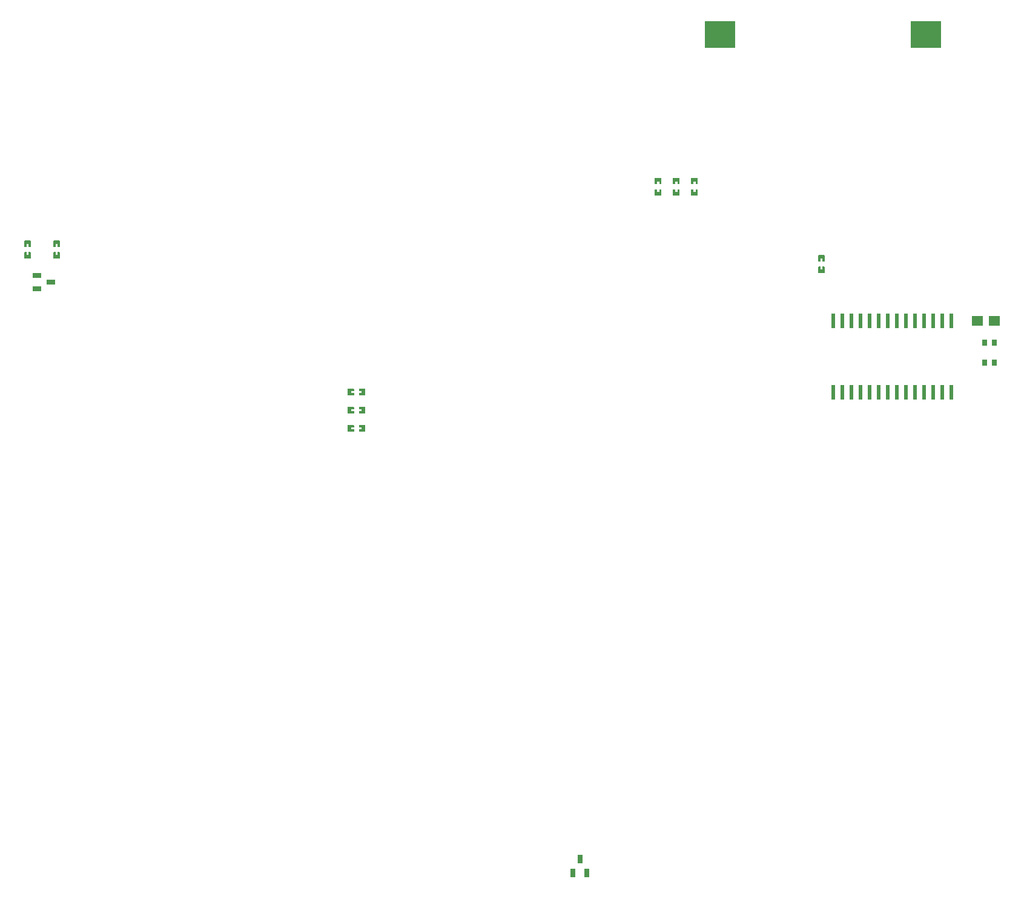
<source format=gtp>
G04 Layer: TopPasteMaskLayer*
G04 EasyEDA v6.5.22, 2022-11-14 19:57:00*
G04 f0da57bd03cf490fa7de3f553d211417,61aeb1a5dc08497992730370c491a1bd,10*
G04 Gerber Generator version 0.2*
G04 Scale: 100 percent, Rotated: No, Reflected: No *
G04 Dimensions in millimeters *
G04 leading zeros omitted , absolute positions ,4 integer and 5 decimal *
%FSLAX45Y45*%
%MOMM*%

%AMMACRO1*4,1,4,-0.2499,1,0.2499,1,0.2499,-1,-0.2499,-1,-0.2499,1,0*%
%ADD10R,4.2000X3.8000*%
%ADD11R,1.5000X1.3589*%
%ADD12R,0.8000X0.9000*%
%ADD13MACRO1*%
%ADD14R,0.7000X1.2500*%
%ADD15R,1.2500X0.7000*%

%LPD*%
G36*
X1560220Y2340406D02*
G01*
X1555191Y2335377D01*
X1555191Y2255418D01*
X1560220Y2250389D01*
X1640179Y2250389D01*
X1645208Y2255418D01*
X1645208Y2335377D01*
X1640179Y2340406D01*
X1617421Y2340406D01*
X1617421Y2303373D01*
X1584401Y2303373D01*
X1584401Y2340406D01*
G37*
G36*
X1560220Y2499410D02*
G01*
X1555191Y2494381D01*
X1555191Y2415387D01*
X1560220Y2410409D01*
X1584401Y2410409D01*
X1584401Y2448407D01*
X1617421Y2448407D01*
X1617421Y2410409D01*
X1640179Y2410409D01*
X1645208Y2415387D01*
X1645208Y2494381D01*
X1640179Y2499410D01*
G37*
G36*
X1306220Y2340406D02*
G01*
X1301191Y2335377D01*
X1301191Y2255418D01*
X1306220Y2250389D01*
X1386179Y2250389D01*
X1391208Y2255418D01*
X1391208Y2335377D01*
X1386179Y2340406D01*
X1363421Y2340406D01*
X1363421Y2303373D01*
X1330401Y2303373D01*
X1330401Y2340406D01*
G37*
G36*
X1306220Y2499410D02*
G01*
X1301191Y2494381D01*
X1301191Y2415387D01*
X1306220Y2410409D01*
X1330401Y2410409D01*
X1330401Y2448407D01*
X1363421Y2448407D01*
X1363421Y2410409D01*
X1386179Y2410409D01*
X1391208Y2415387D01*
X1391208Y2494381D01*
X1386179Y2499410D01*
G37*
G36*
X1052220Y2340406D02*
G01*
X1047191Y2335377D01*
X1047191Y2255418D01*
X1052220Y2250389D01*
X1132179Y2250389D01*
X1137208Y2255418D01*
X1137208Y2335377D01*
X1132179Y2340406D01*
X1109421Y2340406D01*
X1109421Y2303373D01*
X1076401Y2303373D01*
X1076401Y2340406D01*
G37*
G36*
X1052220Y2499410D02*
G01*
X1047191Y2494381D01*
X1047191Y2415387D01*
X1052220Y2410409D01*
X1076401Y2410409D01*
X1076401Y2448407D01*
X1109421Y2448407D01*
X1109421Y2410409D01*
X1132179Y2410409D01*
X1137208Y2415387D01*
X1137208Y2494381D01*
X1132179Y2499410D01*
G37*
G36*
X3338220Y1419910D02*
G01*
X3333191Y1414881D01*
X3333191Y1334922D01*
X3338220Y1329893D01*
X3360978Y1329893D01*
X3360978Y1366926D01*
X3393998Y1366926D01*
X3393998Y1329893D01*
X3418179Y1329893D01*
X3423208Y1334922D01*
X3423208Y1414881D01*
X3418179Y1419910D01*
G37*
G36*
X3338220Y1259890D02*
G01*
X3333191Y1254912D01*
X3333191Y1175918D01*
X3338220Y1170889D01*
X3418179Y1170889D01*
X3423208Y1175918D01*
X3423208Y1254912D01*
X3418179Y1259890D01*
X3393998Y1259890D01*
X3393998Y1221892D01*
X3360978Y1221892D01*
X3360978Y1259890D01*
G37*
G36*
X-3243681Y-450291D02*
G01*
X-3248710Y-455320D01*
X-3248710Y-535279D01*
X-3243681Y-540308D01*
X-3163722Y-540308D01*
X-3158693Y-535279D01*
X-3158693Y-512521D01*
X-3195726Y-512521D01*
X-3195726Y-479501D01*
X-3158693Y-479501D01*
X-3158693Y-455320D01*
X-3163722Y-450291D01*
G37*
G36*
X-3083712Y-450291D02*
G01*
X-3088690Y-455320D01*
X-3088690Y-479501D01*
X-3050692Y-479501D01*
X-3050692Y-512521D01*
X-3088690Y-512521D01*
X-3088690Y-535279D01*
X-3083712Y-540308D01*
X-3004718Y-540308D01*
X-2999689Y-535279D01*
X-2999689Y-455320D01*
X-3004718Y-450291D01*
G37*
G36*
X-3243681Y-704291D02*
G01*
X-3248710Y-709320D01*
X-3248710Y-789279D01*
X-3243681Y-794308D01*
X-3163722Y-794308D01*
X-3158693Y-789279D01*
X-3158693Y-766521D01*
X-3195726Y-766521D01*
X-3195726Y-733501D01*
X-3158693Y-733501D01*
X-3158693Y-709320D01*
X-3163722Y-704291D01*
G37*
G36*
X-3083712Y-704291D02*
G01*
X-3088690Y-709320D01*
X-3088690Y-733501D01*
X-3050692Y-733501D01*
X-3050692Y-766521D01*
X-3088690Y-766521D01*
X-3088690Y-789279D01*
X-3083712Y-794308D01*
X-3004718Y-794308D01*
X-2999689Y-789279D01*
X-2999689Y-709320D01*
X-3004718Y-704291D01*
G37*
G36*
X-3243681Y-958291D02*
G01*
X-3248710Y-963320D01*
X-3248710Y-1043279D01*
X-3243681Y-1048308D01*
X-3163722Y-1048308D01*
X-3158693Y-1043279D01*
X-3158693Y-1020521D01*
X-3195726Y-1020521D01*
X-3195726Y-987501D01*
X-3158693Y-987501D01*
X-3158693Y-963320D01*
X-3163722Y-958291D01*
G37*
G36*
X-3083712Y-958291D02*
G01*
X-3088690Y-963320D01*
X-3088690Y-987501D01*
X-3050692Y-987501D01*
X-3050692Y-1020521D01*
X-3088690Y-1020521D01*
X-3088690Y-1043279D01*
X-3083712Y-1048308D01*
X-3004718Y-1048308D01*
X-2999689Y-1043279D01*
X-2999689Y-963320D01*
X-3004718Y-958291D01*
G37*
G36*
X-7761579Y1623110D02*
G01*
X-7766608Y1618081D01*
X-7766608Y1538122D01*
X-7761579Y1533093D01*
X-7738821Y1533093D01*
X-7738821Y1570126D01*
X-7705801Y1570126D01*
X-7705801Y1533093D01*
X-7681620Y1533093D01*
X-7676591Y1538122D01*
X-7676591Y1618081D01*
X-7681620Y1623110D01*
G37*
G36*
X-7761579Y1463090D02*
G01*
X-7766608Y1458112D01*
X-7766608Y1379118D01*
X-7761579Y1374089D01*
X-7681620Y1374089D01*
X-7676591Y1379118D01*
X-7676591Y1458112D01*
X-7681620Y1463090D01*
X-7705801Y1463090D01*
X-7705801Y1425092D01*
X-7738821Y1425092D01*
X-7738821Y1463090D01*
G37*
G36*
X-7355179Y1623110D02*
G01*
X-7360208Y1618081D01*
X-7360208Y1538122D01*
X-7355179Y1533093D01*
X-7332421Y1533093D01*
X-7332421Y1570126D01*
X-7299401Y1570126D01*
X-7299401Y1533093D01*
X-7275220Y1533093D01*
X-7270191Y1538122D01*
X-7270191Y1618081D01*
X-7275220Y1623110D01*
G37*
G36*
X-7355179Y1463090D02*
G01*
X-7360208Y1458112D01*
X-7360208Y1379118D01*
X-7355179Y1374089D01*
X-7275220Y1374089D01*
X-7270191Y1379118D01*
X-7270191Y1458112D01*
X-7275220Y1463090D01*
X-7299401Y1463090D01*
X-7299401Y1425092D01*
X-7332421Y1425092D01*
X-7332421Y1463090D01*
G37*
D10*
G01*
X4838496Y4499990D03*
G01*
X1961489Y4499990D03*
D11*
G01*
X5556910Y495300D03*
G01*
X5796889Y495300D03*
D12*
G01*
X5657697Y-88900D03*
G01*
X5797702Y-88900D03*
G01*
X5657697Y190500D03*
G01*
X5797702Y190500D03*
D13*
G01*
X3544493Y499999D03*
G01*
X3544493Y-499999D03*
G01*
X3671493Y499999D03*
G01*
X3671493Y-499999D03*
G01*
X3798493Y499999D03*
G01*
X3798493Y-499999D03*
G01*
X3925493Y499999D03*
G01*
X3925493Y-499999D03*
G01*
X4052493Y499999D03*
G01*
X4052493Y-499999D03*
G01*
X4179493Y499999D03*
G01*
X4179493Y-499999D03*
G01*
X4306493Y499999D03*
G01*
X4306493Y-499999D03*
G01*
X4433493Y499999D03*
G01*
X4433493Y-499999D03*
G01*
X4560493Y499999D03*
G01*
X4560493Y-499999D03*
G01*
X4687493Y499999D03*
G01*
X4687493Y-499999D03*
G01*
X4814493Y499999D03*
G01*
X4814493Y-499999D03*
G01*
X4941493Y499999D03*
G01*
X4941493Y-499999D03*
G01*
X5068493Y499999D03*
G01*
X5068493Y-499999D03*
G01*
X5195493Y499999D03*
G01*
X5195493Y-499999D03*
D14*
G01*
X-94995Y-7224699D03*
G01*
X94995Y-7224699D03*
G01*
X0Y-7024700D03*
D15*
G01*
X-7592999Y1136395D03*
G01*
X-7592999Y946404D03*
G01*
X-7393000Y1041400D03*
M02*

</source>
